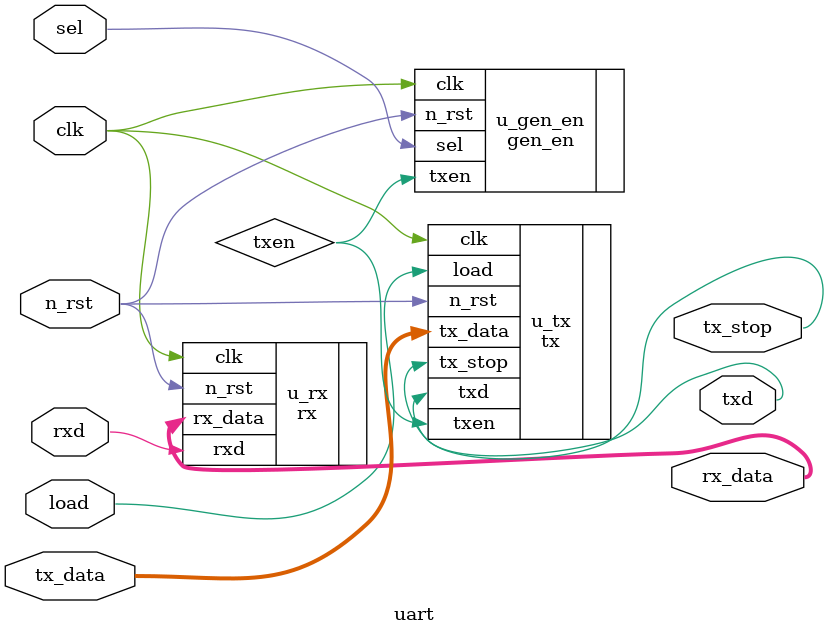
<source format=v>
module uart(
    clk,
    n_rst,
    sel,
    tx_data,
    load,
    rxd,
    txd,
    tx_stop,
    rx_data
);

input clk;
input n_rst;
input sel;
input [7:0] tx_data;
input load;
input rxd;

output txd;
output tx_stop;
output [7:0] rx_data;

wire txen;

gen_en u_gen_en(
    .clk(clk),
    .n_rst(n_rst),
    .sel(sel),
    .txen(txen)
);

tx u_tx(
    .clk(clk),
    .n_rst(n_rst),
    .tx_data(tx_data),
    .txen(txen),
    .load(load),
    .txd(txd),
    .tx_stop(tx_stop)
);

rx #(.MAX(5208)) u_rx(
    .clk(clk),
    .n_rst(n_rst),
    .rxd(rxd),
    .rx_data(rx_data)
);

endmodule

</source>
